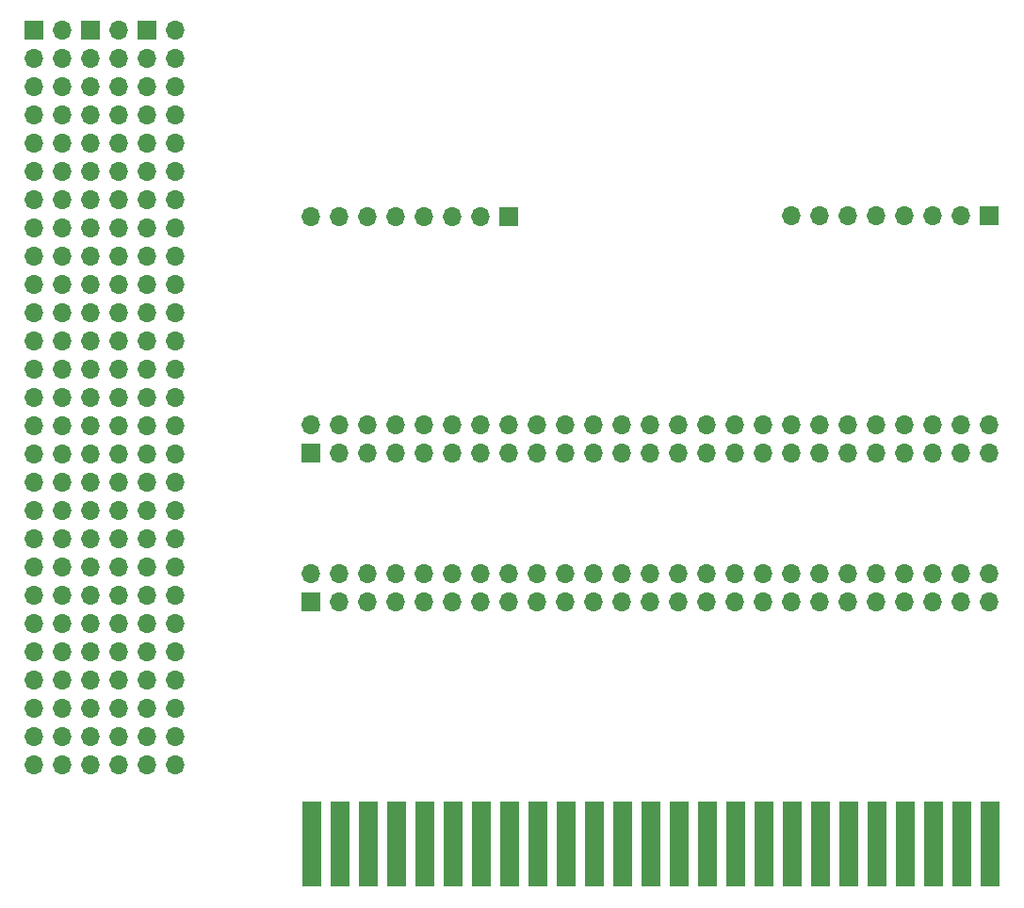
<source format=gbr>
%TF.GenerationSoftware,KiCad,Pcbnew,(5.1.7-0-10_14)*%
%TF.CreationDate,2021-03-20T21:17:23-05:00*%
%TF.ProjectId,Apple_II_Breakout,4170706c-655f-4494-995f-427265616b6f,rev?*%
%TF.SameCoordinates,Original*%
%TF.FileFunction,Soldermask,Bot*%
%TF.FilePolarity,Negative*%
%FSLAX46Y46*%
G04 Gerber Fmt 4.6, Leading zero omitted, Abs format (unit mm)*
G04 Created by KiCad (PCBNEW (5.1.7-0-10_14)) date 2021-03-20 21:17:23*
%MOMM*%
%LPD*%
G01*
G04 APERTURE LIST*
%ADD10O,1.700000X1.700000*%
%ADD11R,1.700000X1.700000*%
%ADD12R,1.778000X7.620000*%
G04 APERTURE END LIST*
D10*
%TO.C,J7*%
X122237500Y-114452400D03*
X119697500Y-114452400D03*
X122237500Y-111912400D03*
X119697500Y-111912400D03*
X122237500Y-109372400D03*
X119697500Y-109372400D03*
X122237500Y-106832400D03*
X119697500Y-106832400D03*
X122237500Y-104292400D03*
X119697500Y-104292400D03*
X122237500Y-101752400D03*
X119697500Y-101752400D03*
X122237500Y-99212400D03*
X119697500Y-99212400D03*
X122237500Y-96672400D03*
X119697500Y-96672400D03*
X122237500Y-94132400D03*
X119697500Y-94132400D03*
X122237500Y-91592400D03*
X119697500Y-91592400D03*
X122237500Y-89052400D03*
X119697500Y-89052400D03*
X122237500Y-86512400D03*
X119697500Y-86512400D03*
X122237500Y-83972400D03*
X119697500Y-83972400D03*
X122237500Y-81432400D03*
X119697500Y-81432400D03*
X122237500Y-78892400D03*
X119697500Y-78892400D03*
X122237500Y-76352400D03*
X119697500Y-76352400D03*
X122237500Y-73812400D03*
X119697500Y-73812400D03*
X122237500Y-71272400D03*
X119697500Y-71272400D03*
X122237500Y-68732400D03*
X119697500Y-68732400D03*
X122237500Y-66192400D03*
X119697500Y-66192400D03*
X122237500Y-63652400D03*
X119697500Y-63652400D03*
X122237500Y-61112400D03*
X119697500Y-61112400D03*
X122237500Y-58572400D03*
X119697500Y-58572400D03*
X122237500Y-56032400D03*
X119697500Y-56032400D03*
X122237500Y-53492400D03*
X119697500Y-53492400D03*
X122237500Y-50952400D03*
X119697500Y-50952400D03*
X122237500Y-48412400D03*
D11*
X119697500Y-48412400D03*
%TD*%
D10*
%TO.C,J6*%
X117157500Y-114465100D03*
X114617500Y-114465100D03*
X117157500Y-111925100D03*
X114617500Y-111925100D03*
X117157500Y-109385100D03*
X114617500Y-109385100D03*
X117157500Y-106845100D03*
X114617500Y-106845100D03*
X117157500Y-104305100D03*
X114617500Y-104305100D03*
X117157500Y-101765100D03*
X114617500Y-101765100D03*
X117157500Y-99225100D03*
X114617500Y-99225100D03*
X117157500Y-96685100D03*
X114617500Y-96685100D03*
X117157500Y-94145100D03*
X114617500Y-94145100D03*
X117157500Y-91605100D03*
X114617500Y-91605100D03*
X117157500Y-89065100D03*
X114617500Y-89065100D03*
X117157500Y-86525100D03*
X114617500Y-86525100D03*
X117157500Y-83985100D03*
X114617500Y-83985100D03*
X117157500Y-81445100D03*
X114617500Y-81445100D03*
X117157500Y-78905100D03*
X114617500Y-78905100D03*
X117157500Y-76365100D03*
X114617500Y-76365100D03*
X117157500Y-73825100D03*
X114617500Y-73825100D03*
X117157500Y-71285100D03*
X114617500Y-71285100D03*
X117157500Y-68745100D03*
X114617500Y-68745100D03*
X117157500Y-66205100D03*
X114617500Y-66205100D03*
X117157500Y-63665100D03*
X114617500Y-63665100D03*
X117157500Y-61125100D03*
X114617500Y-61125100D03*
X117157500Y-58585100D03*
X114617500Y-58585100D03*
X117157500Y-56045100D03*
X114617500Y-56045100D03*
X117157500Y-53505100D03*
X114617500Y-53505100D03*
X117157500Y-50965100D03*
X114617500Y-50965100D03*
X117157500Y-48425100D03*
D11*
X114617500Y-48425100D03*
%TD*%
D10*
%TO.C,J5*%
X112077500Y-114465100D03*
X109537500Y-114465100D03*
X112077500Y-111925100D03*
X109537500Y-111925100D03*
X112077500Y-109385100D03*
X109537500Y-109385100D03*
X112077500Y-106845100D03*
X109537500Y-106845100D03*
X112077500Y-104305100D03*
X109537500Y-104305100D03*
X112077500Y-101765100D03*
X109537500Y-101765100D03*
X112077500Y-99225100D03*
X109537500Y-99225100D03*
X112077500Y-96685100D03*
X109537500Y-96685100D03*
X112077500Y-94145100D03*
X109537500Y-94145100D03*
X112077500Y-91605100D03*
X109537500Y-91605100D03*
X112077500Y-89065100D03*
X109537500Y-89065100D03*
X112077500Y-86525100D03*
X109537500Y-86525100D03*
X112077500Y-83985100D03*
X109537500Y-83985100D03*
X112077500Y-81445100D03*
X109537500Y-81445100D03*
X112077500Y-78905100D03*
X109537500Y-78905100D03*
X112077500Y-76365100D03*
X109537500Y-76365100D03*
X112077500Y-73825100D03*
X109537500Y-73825100D03*
X112077500Y-71285100D03*
X109537500Y-71285100D03*
X112077500Y-68745100D03*
X109537500Y-68745100D03*
X112077500Y-66205100D03*
X109537500Y-66205100D03*
X112077500Y-63665100D03*
X109537500Y-63665100D03*
X112077500Y-61125100D03*
X109537500Y-61125100D03*
X112077500Y-58585100D03*
X109537500Y-58585100D03*
X112077500Y-56045100D03*
X109537500Y-56045100D03*
X112077500Y-53505100D03*
X109537500Y-53505100D03*
X112077500Y-50965100D03*
X109537500Y-50965100D03*
X112077500Y-48425100D03*
D11*
X109537500Y-48425100D03*
%TD*%
D10*
%TO.C,J4*%
X195427600Y-83870800D03*
X195427600Y-86410800D03*
X192887600Y-83870800D03*
X192887600Y-86410800D03*
X190347600Y-83870800D03*
X190347600Y-86410800D03*
X187807600Y-83870800D03*
X187807600Y-86410800D03*
X185267600Y-83870800D03*
X185267600Y-86410800D03*
X182727600Y-83870800D03*
X182727600Y-86410800D03*
X180187600Y-83870800D03*
X180187600Y-86410800D03*
X177647600Y-83870800D03*
X177647600Y-86410800D03*
X175107600Y-83870800D03*
X175107600Y-86410800D03*
X172567600Y-83870800D03*
X172567600Y-86410800D03*
X170027600Y-83870800D03*
X170027600Y-86410800D03*
X167487600Y-83870800D03*
X167487600Y-86410800D03*
X164947600Y-83870800D03*
X164947600Y-86410800D03*
X162407600Y-83870800D03*
X162407600Y-86410800D03*
X159867600Y-83870800D03*
X159867600Y-86410800D03*
X157327600Y-83870800D03*
X157327600Y-86410800D03*
X154787600Y-83870800D03*
X154787600Y-86410800D03*
X152247600Y-83870800D03*
X152247600Y-86410800D03*
X149707600Y-83870800D03*
X149707600Y-86410800D03*
X147167600Y-83870800D03*
X147167600Y-86410800D03*
X144627600Y-83870800D03*
X144627600Y-86410800D03*
X142087600Y-83870800D03*
X142087600Y-86410800D03*
X139547600Y-83870800D03*
X139547600Y-86410800D03*
X137007600Y-83870800D03*
X137007600Y-86410800D03*
X134467600Y-83870800D03*
D11*
X134467600Y-86410800D03*
%TD*%
D10*
%TO.C,J3*%
X177647600Y-65049400D03*
X180187600Y-65049400D03*
X182727600Y-65049400D03*
X185267600Y-65049400D03*
X187807600Y-65049400D03*
X190347600Y-65049400D03*
X192887600Y-65049400D03*
D11*
X195427600Y-65049400D03*
%TD*%
D10*
%TO.C,J2*%
X195427600Y-97205800D03*
X195427600Y-99745800D03*
X192887600Y-97205800D03*
X192887600Y-99745800D03*
X190347600Y-97205800D03*
X190347600Y-99745800D03*
X187807600Y-97205800D03*
X187807600Y-99745800D03*
X185267600Y-97205800D03*
X185267600Y-99745800D03*
X182727600Y-97205800D03*
X182727600Y-99745800D03*
X180187600Y-97205800D03*
X180187600Y-99745800D03*
X177647600Y-97205800D03*
X177647600Y-99745800D03*
X175107600Y-97205800D03*
X175107600Y-99745800D03*
X172567600Y-97205800D03*
X172567600Y-99745800D03*
X170027600Y-97205800D03*
X170027600Y-99745800D03*
X167487600Y-97205800D03*
X167487600Y-99745800D03*
X164947600Y-97205800D03*
X164947600Y-99745800D03*
X162407600Y-97205800D03*
X162407600Y-99745800D03*
X159867600Y-97205800D03*
X159867600Y-99745800D03*
X157327600Y-97205800D03*
X157327600Y-99745800D03*
X154787600Y-97205800D03*
X154787600Y-99745800D03*
X152247600Y-97205800D03*
X152247600Y-99745800D03*
X149707600Y-97205800D03*
X149707600Y-99745800D03*
X147167600Y-97205800D03*
X147167600Y-99745800D03*
X144627600Y-97205800D03*
X144627600Y-99745800D03*
X142087600Y-97205800D03*
X142087600Y-99745800D03*
X139547600Y-97205800D03*
X139547600Y-99745800D03*
X137007600Y-97205800D03*
X137007600Y-99745800D03*
X134467600Y-97205800D03*
D11*
X134467600Y-99745800D03*
%TD*%
D10*
%TO.C,J1*%
X134467600Y-65189100D03*
X137007600Y-65189100D03*
X139547600Y-65189100D03*
X142087600Y-65189100D03*
X144627600Y-65189100D03*
X147167600Y-65189100D03*
X149707600Y-65189100D03*
D11*
X152247600Y-65189100D03*
%TD*%
D12*
%TO.C,BUS1*%
X195453000Y-121539000D03*
X192913000Y-121539000D03*
X190373000Y-121539000D03*
X187833000Y-121539000D03*
X185293000Y-121539000D03*
X182753000Y-121539000D03*
X180213000Y-121539000D03*
X177673000Y-121539000D03*
X175133000Y-121539000D03*
X172593000Y-121539000D03*
X170053000Y-121539000D03*
X167513000Y-121539000D03*
X164973000Y-121539000D03*
X162433000Y-121539000D03*
X159893000Y-121539000D03*
X157353000Y-121539000D03*
X154813000Y-121539000D03*
X152273000Y-121539000D03*
X149733000Y-121539000D03*
X147193000Y-121539000D03*
X144653000Y-121539000D03*
X142113000Y-121539000D03*
X139573000Y-121539000D03*
X137033000Y-121539000D03*
X134493000Y-121539000D03*
%TD*%
M02*

</source>
